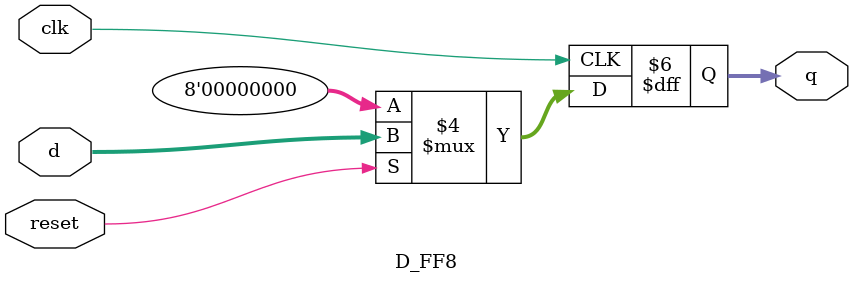
<source format=v>
module D_FF8 # (parameter port = 8) (d, q, clk, reset);

    input [port-1:0] d;
    input clk, reset;
    output reg [port-1:0] q;

    always @ (posedge clk)
    begin
        if(!reset)
            q <= 'd0;
        else
            q <= d; // On clk edge, capture input data
    end

endmodule
</source>
